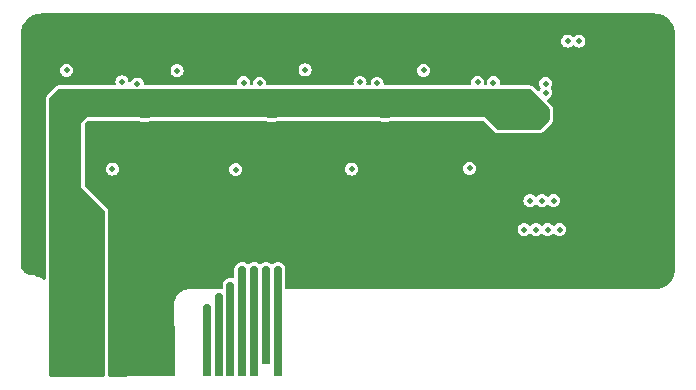
<source format=gbr>
G04 #@! TF.GenerationSoftware,KiCad,Pcbnew,(6.0.0)*
G04 #@! TF.CreationDate,2022-03-25T21:10:53+08:00*
G04 #@! TF.ProjectId,PowerSupply,506f7765-7253-4757-9070-6c792e6b6963,rev?*
G04 #@! TF.SameCoordinates,PX5e56640PY77750e0*
G04 #@! TF.FileFunction,Copper,L1,Top*
G04 #@! TF.FilePolarity,Positive*
%FSLAX46Y46*%
G04 Gerber Fmt 4.6, Leading zero omitted, Abs format (unit mm)*
G04 Created by KiCad (PCBNEW (6.0.0)) date 2022-03-25 21:10:53*
%MOMM*%
%LPD*%
G01*
G04 APERTURE LIST*
G04 Aperture macros list*
%AMRoundRect*
0 Rectangle with rounded corners*
0 $1 Rounding radius*
0 $2 $3 $4 $5 $6 $7 $8 $9 X,Y pos of 4 corners*
0 Add a 4 corners polygon primitive as box body*
4,1,4,$2,$3,$4,$5,$6,$7,$8,$9,$2,$3,0*
0 Add four circle primitives for the rounded corners*
1,1,$1+$1,$2,$3*
1,1,$1+$1,$4,$5*
1,1,$1+$1,$6,$7*
1,1,$1+$1,$8,$9*
0 Add four rect primitives between the rounded corners*
20,1,$1+$1,$2,$3,$4,$5,0*
20,1,$1+$1,$4,$5,$6,$7,0*
20,1,$1+$1,$6,$7,$8,$9,0*
20,1,$1+$1,$8,$9,$2,$3,0*%
G04 Aperture macros list end*
G04 #@! TA.AperFunction,SMDPad,CuDef*
%ADD10RoundRect,0.225000X-0.250000X0.225000X-0.250000X-0.225000X0.250000X-0.225000X0.250000X0.225000X0*%
G04 #@! TD*
G04 #@! TA.AperFunction,ConnectorPad*
%ADD11R,0.700000X4.300000*%
G04 #@! TD*
G04 #@! TA.AperFunction,ConnectorPad*
%ADD12R,0.700000X3.200000*%
G04 #@! TD*
G04 #@! TA.AperFunction,ViaPad*
%ADD13C,0.500000*%
G04 #@! TD*
G04 #@! TA.AperFunction,Conductor*
%ADD14C,0.700000*%
G04 #@! TD*
G04 APERTURE END LIST*
D10*
G04 #@! TO.P,C9,1*
G04 #@! TO.N,5V*
X51230000Y24325000D03*
G04 #@! TO.P,C9,2*
G04 #@! TO.N,GND*
X51230000Y22775000D03*
G04 #@! TD*
G04 #@! TO.P,C11,1*
G04 #@! TO.N,5V*
X41140000Y25245000D03*
G04 #@! TO.P,C11,2*
G04 #@! TO.N,GND*
X41140000Y23695000D03*
G04 #@! TD*
G04 #@! TO.P,C25,1*
G04 #@! TO.N,5V*
X31550000Y25245000D03*
G04 #@! TO.P,C25,2*
G04 #@! TO.N,GND*
X31550000Y23695000D03*
G04 #@! TD*
G04 #@! TO.P,C27,1*
G04 #@! TO.N,5V*
X20780000Y25245000D03*
G04 #@! TO.P,C27,2*
G04 #@! TO.N,GND*
X20780000Y23695000D03*
G04 #@! TD*
D11*
G04 #@! TO.P,PCI1,B1*
G04 #@! TO.N,5V*
X13050000Y5050000D03*
G04 #@! TO.P,PCI1,B2*
X14050000Y5050000D03*
G04 #@! TO.P,PCI1,B3*
X15050000Y5050000D03*
G04 #@! TO.P,PCI1,B4*
X16050000Y5050000D03*
G04 #@! TO.P,PCI1,B5*
X17050000Y5050000D03*
G04 #@! TO.P,PCI1,B6*
G04 #@! TO.N,GND*
X18050000Y5050000D03*
G04 #@! TO.P,PCI1,B7*
X19050000Y5050000D03*
G04 #@! TO.P,PCI1,B8*
X20050000Y5050000D03*
G04 #@! TO.P,PCI1,B9*
X21050000Y5050000D03*
G04 #@! TO.P,PCI1,B10*
X22050000Y5050000D03*
G04 #@! TO.P,PCI1,B11*
X23050000Y5050000D03*
G04 #@! TO.P,PCI1,B12*
G04 #@! TO.N,REG_EN2*
X26050000Y5050000D03*
G04 #@! TO.P,PCI1,B13*
G04 #@! TO.N,REG_EN1*
X27050000Y5050000D03*
G04 #@! TO.P,PCI1,B14*
G04 #@! TO.N,REG_CHG*
X28050000Y5050000D03*
G04 #@! TO.P,PCI1,B15*
G04 #@! TO.N,REG_POWER*
X29050000Y5050000D03*
G04 #@! TO.P,PCI1,B16*
G04 #@! TO.N,BAT_ISET*
X30050000Y5050000D03*
D12*
G04 #@! TO.P,PCI1,B17*
G04 #@! TO.N,BAT_PG*
X31050000Y5600000D03*
D11*
G04 #@! TO.P,PCI1,B18*
G04 #@! TO.N,BAT_CHG*
X32050000Y5050000D03*
G04 #@! TD*
D13*
G04 #@! TO.N,GND*
X48330000Y24310001D03*
X49430000Y24310000D03*
X48879999Y24310001D03*
X38849999Y24320000D03*
X39400000Y24320000D03*
X29680000Y24300000D03*
X29130000Y24300000D03*
X28580001Y24300000D03*
X11690000Y29590000D03*
X10690000Y29590000D03*
X65390000Y29490000D03*
X64390000Y29490000D03*
X18070000Y24320000D03*
X18619999Y24320000D03*
X19170000Y24320000D03*
X57429999Y14305001D03*
X57970000Y15005000D03*
X56870000Y15005001D03*
X56880000Y14305001D03*
X57980000Y14305000D03*
X57419999Y15005001D03*
X57970000Y13605000D03*
X57419999Y13605001D03*
X56880000Y12905001D03*
X57980000Y12905000D03*
X56870000Y13605001D03*
X57429999Y12905001D03*
X58680000Y12905001D03*
X59219999Y13605001D03*
X59770000Y13605000D03*
X59780000Y12905000D03*
X58670000Y13605001D03*
X59229999Y12905001D03*
X59219999Y15005001D03*
X59780000Y14305000D03*
X59229999Y14305001D03*
X58670000Y15005001D03*
X59770000Y15005000D03*
X58680000Y14305001D03*
X57075000Y26693334D03*
X57750000Y26693334D03*
X56400000Y26703334D03*
X57065000Y25916668D03*
X56390001Y25926668D03*
X57740000Y25916668D03*
X56390000Y25150000D03*
X57065000Y25140000D03*
X57740000Y25140000D03*
X13160000Y33320000D03*
X14160000Y33320000D03*
X15160000Y33320000D03*
X16160000Y33320000D03*
X17160000Y33320000D03*
X18160000Y33320000D03*
X19160000Y33320000D03*
X20160000Y33320000D03*
X21160000Y33320000D03*
X22160000Y33320000D03*
X23160000Y33320000D03*
X24160000Y33320000D03*
X25160000Y33320000D03*
X26160000Y33320000D03*
X27160000Y33320000D03*
X28160000Y33320000D03*
X29160000Y33320000D03*
X30160000Y33320000D03*
X31160000Y33320000D03*
X32160000Y33320000D03*
X33160000Y33320000D03*
X34160000Y33320000D03*
X35160000Y33320000D03*
X36160000Y33320000D03*
X37160000Y33320000D03*
X38160000Y33320000D03*
X39160000Y33320000D03*
X40160000Y33320000D03*
X41160000Y33320000D03*
X42160000Y33320000D03*
X43160000Y33320000D03*
X44160000Y33320000D03*
X45160000Y33320000D03*
X46160000Y33320000D03*
X47160000Y33320000D03*
X48160000Y33320000D03*
X49160000Y33320000D03*
X50160000Y33320000D03*
X51160000Y33320000D03*
X52160000Y33320000D03*
X53160000Y33320000D03*
X54160000Y33320000D03*
X55160000Y33320000D03*
X56160000Y33320000D03*
X57160000Y33320000D03*
X58160000Y33320000D03*
X59160000Y33320000D03*
X60160000Y33320000D03*
X61160000Y33320000D03*
X12290000Y32130000D03*
X13160000Y32320000D03*
X14160000Y32320000D03*
X15160000Y32320000D03*
X16160000Y32320000D03*
X17160000Y32320000D03*
X18160000Y32320000D03*
X19160000Y32320000D03*
X20160000Y32320000D03*
X21160000Y32320000D03*
X22160000Y32320000D03*
X23160000Y32320000D03*
X24160000Y32320000D03*
X25160000Y32320000D03*
X26160000Y32320000D03*
X27160000Y32320000D03*
X28160000Y32320000D03*
X29160000Y32320000D03*
X30160000Y32320000D03*
X31160000Y32320000D03*
X32160000Y32320000D03*
X33160000Y32320000D03*
X34160000Y32320000D03*
X35160000Y32320000D03*
X36160000Y32320000D03*
X37160000Y32320000D03*
X38160000Y32320000D03*
X39160000Y32320000D03*
X40160000Y32320000D03*
X41160000Y32320000D03*
X42160000Y32320000D03*
X43160000Y32320000D03*
X44160000Y32320000D03*
X45160000Y32320000D03*
X46160000Y32320000D03*
X47160000Y32320000D03*
X48160000Y32320000D03*
X49160000Y32320000D03*
X50160000Y32320000D03*
X51160000Y32320000D03*
X52160000Y32320000D03*
X53160000Y32320000D03*
X54160000Y32320000D03*
X55160000Y32320000D03*
X56160000Y32320000D03*
X57160000Y32320000D03*
X58160000Y32320000D03*
X59160000Y32320000D03*
X60160000Y32320000D03*
X61160000Y32320000D03*
X62160000Y32320000D03*
X62160000Y33320000D03*
X63160000Y32320000D03*
X63160000Y33320000D03*
X63860000Y32050000D03*
X64160000Y33320000D03*
X11300000Y33020000D03*
X10670000Y31600000D03*
X11780000Y31470000D03*
X10690000Y30590000D03*
X11690000Y30590000D03*
X10690000Y28590000D03*
X11690000Y28590000D03*
X10690000Y27590000D03*
X11690000Y27590000D03*
X10690000Y26590000D03*
X11690000Y26590000D03*
X10690000Y25590000D03*
X11690000Y25590000D03*
X10690000Y24590000D03*
X11690000Y24590000D03*
X10690000Y23590000D03*
X11690000Y23590000D03*
X10690000Y22590000D03*
X11690000Y22590000D03*
X10690000Y21590000D03*
X11690000Y21590000D03*
X10690000Y20590000D03*
X11690000Y20590000D03*
X10690000Y19590000D03*
X11690000Y19590000D03*
X10690000Y18590000D03*
X11690000Y18590000D03*
X10690000Y17590000D03*
X11690000Y17590000D03*
X10690000Y16590000D03*
X11690000Y16590000D03*
X10690000Y15590000D03*
X11690000Y15590000D03*
X10690000Y14590000D03*
X11690000Y14590000D03*
X10690000Y13590000D03*
X11690000Y13590000D03*
X10690000Y12590000D03*
X11690000Y12590000D03*
X11690000Y11590000D03*
X41690000Y11590000D03*
X42690000Y11590000D03*
X43690000Y11590000D03*
X44690000Y11590000D03*
X45690000Y11590000D03*
X46690000Y11590000D03*
X47690000Y11590000D03*
X48690000Y11590000D03*
X49690000Y11590000D03*
X50690000Y11590000D03*
X51690000Y11590000D03*
X52690000Y11590000D03*
X53690000Y11590000D03*
X54690000Y11590000D03*
X55690000Y11590000D03*
X56690000Y11590000D03*
X57690000Y11590000D03*
X58690000Y11590000D03*
X59690000Y11590000D03*
X60690000Y11590000D03*
X61690000Y11590000D03*
X62690000Y11590000D03*
X63600000Y11860000D03*
X33690000Y10590000D03*
X34690000Y10590000D03*
X35690000Y10590000D03*
X36690000Y10590000D03*
X37690000Y10590000D03*
X38690000Y10590000D03*
X39690000Y10590000D03*
X40690000Y10590000D03*
X41690000Y10590000D03*
X42690000Y10590000D03*
X43690000Y10590000D03*
X44690000Y10590000D03*
X45690000Y10590000D03*
X46690000Y10590000D03*
X47690000Y10590000D03*
X48690000Y10590000D03*
X49690000Y10590000D03*
X50690000Y10590000D03*
X51690000Y10590000D03*
X52690000Y10590000D03*
X53690000Y10590000D03*
X54690000Y10590000D03*
X55690000Y10590000D03*
X56690000Y10590000D03*
X57690000Y10590000D03*
X58690000Y10590000D03*
X59690000Y10590000D03*
X60690000Y10590000D03*
X61690000Y10590000D03*
X62690000Y10590000D03*
X63690000Y10590000D03*
X64870000Y32980000D03*
X64290000Y31450000D03*
X65380000Y31520000D03*
X64390000Y30490000D03*
X65380000Y30500000D03*
X64390000Y28490000D03*
X65390000Y28490000D03*
X64390000Y27490000D03*
X65390000Y27490000D03*
X64390000Y26490000D03*
X65390000Y26490000D03*
X64390000Y25490000D03*
X65390000Y25490000D03*
X64390000Y24490000D03*
X65390000Y24490000D03*
X64390000Y23490000D03*
X65390000Y23490000D03*
X64390000Y22490000D03*
X65390000Y22490000D03*
X64390000Y21490000D03*
X65390000Y21490000D03*
X64390000Y20490000D03*
X65390000Y20490000D03*
X64390000Y19490000D03*
X65390000Y19490000D03*
X64390000Y18490000D03*
X65390000Y18490000D03*
X64390000Y17490000D03*
X65390000Y17490000D03*
X64390000Y16490000D03*
X65390000Y16490000D03*
X64390000Y15490000D03*
X65390000Y15490000D03*
X64390000Y14490000D03*
X65390000Y14490000D03*
X64390000Y13490000D03*
X65390000Y13490000D03*
X64210000Y12480000D03*
X65390000Y12550000D03*
X65320000Y11760000D03*
X64440000Y10700000D03*
X21660000Y32820000D03*
X36660000Y32820000D03*
X52660000Y32820000D03*
X53660000Y32820000D03*
X54660000Y32820000D03*
X59660000Y32820000D03*
X43660000Y32820000D03*
X44660000Y32820000D03*
X48660000Y32820000D03*
X19660000Y32820000D03*
X51660000Y32820000D03*
X28660000Y32820000D03*
X56660000Y32820000D03*
X22660000Y32820000D03*
X37660000Y32820000D03*
X27660000Y32820000D03*
X55660000Y32820000D03*
X39660000Y32820000D03*
X46660000Y32820000D03*
X50660000Y32820000D03*
X31660000Y32820000D03*
X20660000Y32820000D03*
X23660000Y32820000D03*
X34660000Y32820000D03*
X32660000Y32820000D03*
X29660000Y32820000D03*
X57660000Y32820000D03*
X61660000Y32820000D03*
X45660000Y32820000D03*
X49660000Y32820000D03*
X41660000Y32820000D03*
X18660000Y32820000D03*
X60660000Y32820000D03*
X30660000Y32820000D03*
X42660000Y32820000D03*
X24660000Y32820000D03*
X58660000Y32820000D03*
X40660000Y32820000D03*
X33660000Y32820000D03*
X25660000Y32820000D03*
X35660000Y32820000D03*
X26660000Y32820000D03*
X38660000Y32820000D03*
X47660000Y32820000D03*
X62660000Y32820000D03*
X63660000Y32820000D03*
X64370000Y32530000D03*
X12590000Y32770000D03*
X13660000Y32820000D03*
X14660000Y32820000D03*
X15660000Y32820000D03*
X16660000Y32820000D03*
X17660000Y32820000D03*
X64770000Y31920000D03*
X64890000Y31060000D03*
X64900000Y29990000D03*
X64890000Y17980000D03*
X64890000Y13980000D03*
X64100000Y11360000D03*
X64890000Y27980000D03*
X64890000Y21980000D03*
X64890000Y25980000D03*
X64890000Y20980000D03*
X64890000Y15980000D03*
X64820000Y12910000D03*
X64890000Y14980000D03*
X64890000Y24980000D03*
X64890000Y23980000D03*
X64890000Y19980000D03*
X64890000Y16980000D03*
X64890000Y22980000D03*
X64890000Y18980000D03*
X64890000Y26980000D03*
X64890000Y28980000D03*
X10850000Y32400000D03*
X11190000Y27110000D03*
X11190000Y20110000D03*
X11190000Y29110000D03*
X11190000Y19110000D03*
X11190000Y31110000D03*
X11190000Y28110000D03*
X11190000Y26110000D03*
X11190000Y24110000D03*
X11190000Y23110000D03*
X11190000Y22110000D03*
X11190000Y21110000D03*
X11190000Y25110000D03*
X11190000Y15110000D03*
X11190000Y13110000D03*
X11190000Y14110000D03*
X11190000Y17110000D03*
X11190000Y18110000D03*
X11190000Y16110000D03*
X11190000Y30110000D03*
X11190000Y12090000D03*
X47210000Y11080000D03*
X54210000Y11080000D03*
X41210000Y11080000D03*
X43210000Y11080000D03*
X62210000Y11080000D03*
X55210000Y11080000D03*
X48210000Y11080000D03*
X61210000Y11080000D03*
X49210000Y11080000D03*
X51210000Y11080000D03*
X58210000Y11080000D03*
X57210000Y11080000D03*
X56210000Y11080000D03*
X50210000Y11080000D03*
X42210000Y11080000D03*
X44210000Y11080000D03*
X45210000Y11080000D03*
X46210000Y11080000D03*
X60210000Y11080000D03*
X53210000Y11080000D03*
X59210000Y11080000D03*
X63210000Y11080000D03*
X52210000Y11080000D03*
X11800000Y32570000D03*
X11360000Y31990000D03*
X65310000Y32360000D03*
X64650000Y11940000D03*
X64980000Y11120000D03*
X57019999Y18505001D03*
X57570000Y18505000D03*
X56470000Y18505001D03*
X57029999Y17805001D03*
X56480000Y17805001D03*
X57580000Y17805000D03*
X23920000Y22730000D03*
X23920000Y22130000D03*
X23920000Y21530000D03*
X24520000Y22730000D03*
X25130000Y22730000D03*
X35410000Y22640000D03*
X34200000Y22640000D03*
X34200000Y21440000D03*
X34800000Y22640000D03*
X34200000Y22040000D03*
X44190000Y22070000D03*
X45400000Y22670000D03*
X44190000Y21470000D03*
X44190000Y22670000D03*
X44790000Y22670000D03*
X57019999Y19895001D03*
X56480000Y19195001D03*
X56470000Y19895001D03*
X57570000Y19895000D03*
X57580000Y19195000D03*
X57029999Y19195001D03*
X55279999Y19895001D03*
X54740000Y19195001D03*
X55840000Y19195000D03*
X55830000Y19895000D03*
X54730000Y19895001D03*
X55289999Y19195001D03*
X53590000Y19195001D03*
X54139999Y19195001D03*
X53580000Y19895001D03*
X54129999Y19895001D03*
X56390001Y27480000D03*
X57740000Y27470000D03*
X38300000Y24320000D03*
X12160000Y33320000D03*
X57060000Y29060000D03*
X57065000Y27470000D03*
G04 #@! TO.N,5V*
X50860000Y26380000D03*
X51500000Y26380000D03*
X31040000Y26370000D03*
X31690000Y26370000D03*
X40880000Y26380000D03*
X41570000Y26380000D03*
X54200000Y25220000D03*
X54770000Y25460000D03*
X53910000Y24690000D03*
X53600000Y24150000D03*
X54200000Y24150000D03*
X20580000Y26340000D03*
X21260000Y26340000D03*
X20970000Y26860000D03*
X21640000Y26860000D03*
X31410000Y26860000D03*
X32060000Y26860000D03*
X24050000Y25630000D03*
X41280000Y26910000D03*
X41970000Y26910000D03*
X33930000Y25640000D03*
X51260000Y26900000D03*
X51900000Y26900000D03*
X43950000Y25640000D03*
X13720000Y25640000D03*
X53580000Y25220000D03*
G04 #@! TO.N,3.3V*
X48980000Y27800000D03*
X48310000Y20530000D03*
G04 #@! TO.N,2.5V*
X39030000Y27800000D03*
X38310000Y20470000D03*
G04 #@! TO.N,1.5V*
X29180000Y27790000D03*
X28510000Y20410000D03*
G04 #@! TO.N,1.2V*
X18870000Y27840000D03*
X18060000Y20470000D03*
G04 #@! TO.N,Net-(1V2-Pad1)*
X14180002Y28840000D03*
X20160000Y27660000D03*
G04 #@! TO.N,Net-(1V5-Pad1)*
X23540000Y28810000D03*
X30530000Y27720000D03*
G04 #@! TO.N,Net-(2V5-Pad1)*
X40470000Y27730000D03*
X34380000Y28870000D03*
G04 #@! TO.N,Net-(3V3-Pad1)*
X50320000Y27780000D03*
X44410000Y28830000D03*
G04 #@! TO.N,Net-(C3-Pad1)*
X56600000Y31300000D03*
X54750000Y27700000D03*
G04 #@! TO.N,Net-(R34-Pad2)*
X57560000Y31300000D03*
X54740000Y26940000D03*
G04 #@! TO.N,REG_EN2*
X52925000Y15350000D03*
X26050000Y8690000D03*
G04 #@! TO.N,REG_EN1*
X53420000Y17785000D03*
X27050000Y9630000D03*
G04 #@! TO.N,REG_CHG*
X53920000Y15345000D03*
X28043332Y10610000D03*
G04 #@! TO.N,REG_POWER*
X54420000Y17785000D03*
X29044998Y11945000D03*
G04 #@! TO.N,BAT_ISET*
X54920000Y15345000D03*
X30046664Y11945000D03*
G04 #@! TO.N,BAT_PG*
X55420000Y17785000D03*
X31048330Y11945000D03*
G04 #@! TO.N,BAT_CHG*
X32060000Y11945000D03*
X55920000Y15345000D03*
G04 #@! TD*
D14*
G04 #@! TO.N,REG_EN2*
X26050000Y5050000D02*
X26050000Y8690000D01*
G04 #@! TO.N,REG_EN1*
X27050000Y7561666D02*
X27050000Y9630000D01*
X27050000Y5050000D02*
X27050000Y7561666D01*
G04 #@! TO.N,REG_CHG*
X28050000Y10603332D02*
X28043332Y10610000D01*
X28050000Y5050000D02*
X28050000Y10603332D01*
G04 #@! TO.N,REG_POWER*
X29050000Y5050000D02*
X29050000Y7564998D01*
X29050000Y11939998D02*
X29044998Y11945000D01*
X29050000Y7564998D02*
X29050000Y11939998D01*
G04 #@! TO.N,BAT_ISET*
X30050000Y7566664D02*
X30050000Y11941664D01*
X30050000Y11941664D02*
X30046664Y11945000D01*
X30050000Y5050000D02*
X30050000Y7566664D01*
G04 #@! TO.N,BAT_PG*
X31050000Y7568330D02*
X31050000Y11943330D01*
X31050000Y5600000D02*
X31050000Y7568330D01*
X31050000Y11943330D02*
X31048330Y11945000D01*
G04 #@! TO.N,BAT_CHG*
X32050000Y5050000D02*
X32050000Y11935000D01*
X32050000Y11935000D02*
X32060000Y11945000D01*
G04 #@! TD*
G04 #@! TA.AperFunction,Conductor*
G04 #@! TO.N,GND*
G36*
X63984608Y33638710D02*
G01*
X63989145Y33637910D01*
X64000000Y33635996D01*
X64010857Y33637910D01*
X64021876Y33637910D01*
X64021876Y33637541D01*
X64034201Y33638177D01*
X64233032Y33623957D01*
X64250827Y33621399D01*
X64470320Y33573652D01*
X64487559Y33568590D01*
X64608744Y33523390D01*
X64698024Y33490090D01*
X64714376Y33482622D01*
X64911519Y33374974D01*
X64926643Y33365254D01*
X65106461Y33230644D01*
X65120047Y33218871D01*
X65278871Y33060047D01*
X65290644Y33046461D01*
X65425254Y32866643D01*
X65434974Y32851519D01*
X65542622Y32654376D01*
X65550090Y32638024D01*
X65604711Y32491582D01*
X65628588Y32427565D01*
X65633653Y32410315D01*
X65681399Y32190827D01*
X65683957Y32173032D01*
X65698177Y31974201D01*
X65697542Y31961879D01*
X65697910Y31961879D01*
X65697910Y31950859D01*
X65695996Y31940000D01*
X65698710Y31924612D01*
X65700624Y31902735D01*
X65700387Y24360963D01*
X65700001Y12037276D01*
X65698087Y12015402D01*
X65697286Y12010859D01*
X65697286Y12010854D01*
X65695372Y12000000D01*
X65697286Y11989143D01*
X65697286Y11978124D01*
X65696917Y11978124D01*
X65697553Y11965799D01*
X65683333Y11766968D01*
X65680775Y11749173D01*
X65640847Y11565623D01*
X65633029Y11529685D01*
X65627966Y11512441D01*
X65602629Y11444511D01*
X65549466Y11301976D01*
X65541998Y11285624D01*
X65434350Y11088481D01*
X65424630Y11073357D01*
X65290020Y10893539D01*
X65278247Y10879953D01*
X65119423Y10721129D01*
X65105837Y10709356D01*
X64926019Y10574746D01*
X64910895Y10565026D01*
X64713752Y10457378D01*
X64697400Y10449910D01*
X64633290Y10425998D01*
X64486935Y10371410D01*
X64469696Y10366348D01*
X64349199Y10340136D01*
X64250203Y10318601D01*
X64232408Y10316043D01*
X64033577Y10301823D01*
X64021252Y10302459D01*
X64021252Y10302090D01*
X64010233Y10302090D01*
X63999376Y10304004D01*
X63983985Y10301290D01*
X63962112Y10299377D01*
X32826496Y10299998D01*
X32758377Y10320001D01*
X32711885Y10373658D01*
X32700500Y10425998D01*
X32700500Y11820754D01*
X32702051Y11840465D01*
X32714106Y11916576D01*
X32715346Y11924405D01*
X32709965Y11981327D01*
X32700625Y12080141D01*
X32700624Y12080144D01*
X32699879Y12088029D01*
X32654618Y12213749D01*
X32646892Y12235208D01*
X32646891Y12235210D01*
X32644206Y12242668D01*
X32559640Y12367103D01*
X32556282Y12372044D01*
X32556281Y12372045D01*
X32551825Y12378602D01*
X32536439Y12392167D01*
X32434487Y12482049D01*
X32428541Y12487291D01*
X32331787Y12536590D01*
X32289164Y12558308D01*
X32289162Y12558309D01*
X32282100Y12561907D01*
X32121703Y12597760D01*
X31957431Y12592597D01*
X31933433Y12585625D01*
X31807217Y12548957D01*
X31807214Y12548956D01*
X31799601Y12546744D01*
X31762410Y12524749D01*
X31664962Y12467119D01*
X31664959Y12467117D01*
X31658135Y12463081D01*
X31647302Y12452248D01*
X31638687Y12444408D01*
X31632060Y12440202D01*
X31630513Y12438555D01*
X31567596Y12411539D01*
X31497571Y12423243D01*
X31475290Y12437072D01*
X31451064Y12455864D01*
X31447985Y12458331D01*
X31407432Y12491879D01*
X31407431Y12491880D01*
X31401326Y12496930D01*
X31395007Y12499904D01*
X31389013Y12504117D01*
X31388353Y12504508D01*
X31382094Y12509362D01*
X31374825Y12512507D01*
X31374821Y12512510D01*
X31294508Y12547264D01*
X31290900Y12548893D01*
X31259785Y12563534D01*
X31259786Y12563534D01*
X31252613Y12566909D01*
X31247395Y12567904D01*
X31242786Y12569646D01*
X31238536Y12571485D01*
X31238533Y12571486D01*
X31231256Y12574635D01*
X31170982Y12584182D01*
X31120384Y12592196D01*
X31116484Y12592877D01*
X31098955Y12596221D01*
X31098953Y12596221D01*
X31091170Y12597706D01*
X31087379Y12597467D01*
X31086494Y12597565D01*
X31076758Y12599107D01*
X31076752Y12599107D01*
X31068925Y12600347D01*
X31061034Y12599601D01*
X30943110Y12588453D01*
X30939161Y12588143D01*
X30927142Y12587387D01*
X30927026Y12589223D01*
X30924967Y12589424D01*
X30925219Y12586762D01*
X30913190Y12585625D01*
X30913189Y12585625D01*
X30905301Y12584879D01*
X30776427Y12538482D01*
X30772677Y12537199D01*
X30770801Y12536590D01*
X30770106Y12538731D01*
X30769506Y12538638D01*
X30770350Y12536294D01*
X30758124Y12531893D01*
X30758120Y12531891D01*
X30750662Y12529206D01*
X30702212Y12496279D01*
X30615403Y12437284D01*
X30547818Y12415538D01*
X30479206Y12433782D01*
X30467357Y12441934D01*
X30443824Y12460187D01*
X30440731Y12462665D01*
X30407433Y12490212D01*
X30407432Y12490213D01*
X30401326Y12495264D01*
X30395785Y12497871D01*
X30390011Y12501928D01*
X30380428Y12509362D01*
X30269509Y12557361D01*
X30265932Y12558976D01*
X30252613Y12565243D01*
X30252612Y12565243D01*
X30253351Y12566814D01*
X30251336Y12568192D01*
X30250254Y12565693D01*
X30236865Y12571487D01*
X30236864Y12571487D01*
X30229590Y12574635D01*
X30221767Y12575874D01*
X30221764Y12575875D01*
X30085517Y12597455D01*
X30067259Y12600347D01*
X30059368Y12599601D01*
X29911523Y12585625D01*
X29911521Y12585624D01*
X29903635Y12584879D01*
X29896181Y12582195D01*
X29896179Y12582195D01*
X29756456Y12531892D01*
X29756454Y12531891D01*
X29748996Y12529206D01*
X29700546Y12496279D01*
X29613737Y12437284D01*
X29546152Y12415538D01*
X29477540Y12433782D01*
X29465690Y12441935D01*
X29436598Y12464500D01*
X29433506Y12466977D01*
X29407439Y12488542D01*
X29407433Y12488546D01*
X29401326Y12493598D01*
X29396562Y12495840D01*
X29392655Y12498585D01*
X29378762Y12509362D01*
X29371490Y12512509D01*
X29371488Y12512510D01*
X29235199Y12571487D01*
X29235198Y12571487D01*
X29227924Y12574635D01*
X29220101Y12575874D01*
X29220098Y12575875D01*
X29083851Y12597455D01*
X29065593Y12600347D01*
X29057702Y12599601D01*
X28909857Y12585625D01*
X28909855Y12585624D01*
X28901969Y12584879D01*
X28894515Y12582195D01*
X28894513Y12582195D01*
X28754790Y12531892D01*
X28754788Y12531891D01*
X28747330Y12529206D01*
X28611396Y12436825D01*
X28606158Y12430884D01*
X28606156Y12430882D01*
X28507944Y12319483D01*
X28507942Y12319480D01*
X28502706Y12313541D01*
X28428090Y12167100D01*
X28392238Y12006704D01*
X28397401Y11842431D01*
X28398464Y11838772D01*
X28399500Y11825613D01*
X28399500Y11356085D01*
X28379498Y11287964D01*
X28325842Y11241471D01*
X28255568Y11231367D01*
X28238344Y11235089D01*
X28233532Y11236487D01*
X28226258Y11239635D01*
X28218435Y11240874D01*
X28218432Y11240875D01*
X28100845Y11259499D01*
X28063927Y11265347D01*
X28050810Y11264107D01*
X27908191Y11250625D01*
X27908189Y11250624D01*
X27900303Y11249879D01*
X27892849Y11247195D01*
X27892847Y11247195D01*
X27753124Y11196892D01*
X27753122Y11196891D01*
X27745664Y11194206D01*
X27609730Y11101825D01*
X27604492Y11095884D01*
X27604490Y11095882D01*
X27506278Y10984483D01*
X27506276Y10984480D01*
X27501040Y10978541D01*
X27426424Y10832100D01*
X27390572Y10671704D01*
X27395735Y10507431D01*
X27397947Y10499817D01*
X27397949Y10499805D01*
X27399500Y10480094D01*
X27399500Y10408257D01*
X27379498Y10340136D01*
X27325842Y10293643D01*
X27273370Y10282257D01*
X27110195Y10282425D01*
X27102418Y10282673D01*
X27098956Y10282891D01*
X27091170Y10284376D01*
X27064968Y10282728D01*
X27056955Y10282479D01*
X24754662Y10284851D01*
X24734062Y10286569D01*
X24653578Y10300000D01*
X24446422Y10300000D01*
X24441288Y10299143D01*
X24441285Y10299143D01*
X24247230Y10266761D01*
X24247225Y10266760D01*
X24242091Y10265903D01*
X24046160Y10198640D01*
X24041578Y10196160D01*
X24041575Y10196159D01*
X23868554Y10102525D01*
X23868551Y10102523D01*
X23863972Y10100045D01*
X23700497Y9972807D01*
X23560194Y9820397D01*
X23446890Y9646973D01*
X23444798Y9642205D01*
X23444797Y9642202D01*
X23407946Y9558190D01*
X23363677Y9457265D01*
X23362395Y9452204D01*
X23362395Y9452203D01*
X23320341Y9286137D01*
X23312823Y9256448D01*
X23300780Y9111106D01*
X23300608Y9109213D01*
X23300288Y9105942D01*
X23300287Y9105940D01*
X23299999Y9103003D01*
X23299291Y9103072D01*
X23298847Y9101796D01*
X23300000Y9101700D01*
X23296021Y9053681D01*
X23295372Y9050000D01*
X23297286Y9039145D01*
X23298086Y9034608D01*
X23300000Y9012729D01*
X23300000Y3070244D01*
X23279998Y3002123D01*
X23226342Y2955630D01*
X23175020Y2944248D01*
X20722533Y2924428D01*
X17827518Y2901031D01*
X17759238Y2920482D01*
X17712313Y2973760D01*
X17700500Y3027027D01*
X17700500Y7244646D01*
X17700167Y7247444D01*
X17700000Y7253078D01*
X17700000Y15350000D01*
X52369750Y15350000D01*
X52388670Y15206291D01*
X52444139Y15072375D01*
X52532379Y14957379D01*
X52647375Y14869139D01*
X52781291Y14813670D01*
X52925000Y14794750D01*
X53068709Y14813670D01*
X53202625Y14869139D01*
X53317621Y14957379D01*
X53322647Y14963929D01*
X53328488Y14969770D01*
X53330069Y14968189D01*
X53377963Y15003156D01*
X53448834Y15007375D01*
X53510735Y14972608D01*
X53520545Y14961285D01*
X53527379Y14952379D01*
X53642375Y14864139D01*
X53776291Y14808670D01*
X53920000Y14789750D01*
X54063709Y14808670D01*
X54197625Y14864139D01*
X54312621Y14952379D01*
X54320038Y14962045D01*
X54322725Y14964007D01*
X54323488Y14964770D01*
X54323607Y14964651D01*
X54377376Y15003912D01*
X54448247Y15008134D01*
X54510149Y14973370D01*
X54519962Y14962045D01*
X54527379Y14952379D01*
X54642375Y14864139D01*
X54776291Y14808670D01*
X54920000Y14789750D01*
X55063709Y14808670D01*
X55197625Y14864139D01*
X55312621Y14952379D01*
X55320038Y14962045D01*
X55322725Y14964007D01*
X55323488Y14964770D01*
X55323607Y14964651D01*
X55377376Y15003912D01*
X55448247Y15008134D01*
X55510149Y14973370D01*
X55519962Y14962045D01*
X55527379Y14952379D01*
X55642375Y14864139D01*
X55776291Y14808670D01*
X55920000Y14789750D01*
X56063709Y14808670D01*
X56197625Y14864139D01*
X56312621Y14952379D01*
X56400861Y15067375D01*
X56456330Y15201291D01*
X56475250Y15345000D01*
X56456330Y15488709D01*
X56400861Y15622625D01*
X56312621Y15737621D01*
X56197625Y15825861D01*
X56063709Y15881330D01*
X55920000Y15900250D01*
X55776291Y15881330D01*
X55642375Y15825861D01*
X55527379Y15737621D01*
X55522353Y15731071D01*
X55519962Y15727955D01*
X55517275Y15725993D01*
X55516512Y15725230D01*
X55516393Y15725349D01*
X55462624Y15686088D01*
X55391753Y15681866D01*
X55329851Y15716630D01*
X55320038Y15727955D01*
X55317647Y15731071D01*
X55312621Y15737621D01*
X55197625Y15825861D01*
X55063709Y15881330D01*
X54920000Y15900250D01*
X54776291Y15881330D01*
X54642375Y15825861D01*
X54527379Y15737621D01*
X54522353Y15731071D01*
X54519962Y15727955D01*
X54517275Y15725993D01*
X54516512Y15725230D01*
X54516393Y15725349D01*
X54462624Y15686088D01*
X54391753Y15681866D01*
X54329851Y15716630D01*
X54320038Y15727955D01*
X54317647Y15731071D01*
X54312621Y15737621D01*
X54197625Y15825861D01*
X54063709Y15881330D01*
X53920000Y15900250D01*
X53776291Y15881330D01*
X53642375Y15825861D01*
X53527379Y15737621D01*
X53522353Y15731071D01*
X53516512Y15725230D01*
X53514931Y15726811D01*
X53467037Y15691844D01*
X53396166Y15687625D01*
X53334265Y15722392D01*
X53324454Y15733716D01*
X53322647Y15736071D01*
X53317621Y15742621D01*
X53202625Y15830861D01*
X53068709Y15886330D01*
X52925000Y15905250D01*
X52781291Y15886330D01*
X52647375Y15830861D01*
X52532379Y15742621D01*
X52444139Y15627625D01*
X52388670Y15493709D01*
X52369750Y15350000D01*
X17700000Y15350000D01*
X17700000Y16887437D01*
X17698199Y16920258D01*
X17695183Y16947660D01*
X17659563Y17059933D01*
X17656553Y17065380D01*
X17656551Y17065385D01*
X17627404Y17118131D01*
X17625226Y17122073D01*
X17573710Y17190174D01*
X17109765Y17649480D01*
X16972876Y17785000D01*
X52864750Y17785000D01*
X52883670Y17641291D01*
X52939139Y17507375D01*
X53027379Y17392379D01*
X53142375Y17304139D01*
X53276291Y17248670D01*
X53420000Y17229750D01*
X53563709Y17248670D01*
X53697625Y17304139D01*
X53812621Y17392379D01*
X53820038Y17402045D01*
X53822725Y17404007D01*
X53823488Y17404770D01*
X53823607Y17404651D01*
X53877376Y17443912D01*
X53948247Y17448134D01*
X54010149Y17413370D01*
X54019962Y17402045D01*
X54027379Y17392379D01*
X54142375Y17304139D01*
X54276291Y17248670D01*
X54420000Y17229750D01*
X54563709Y17248670D01*
X54697625Y17304139D01*
X54812621Y17392379D01*
X54820038Y17402045D01*
X54822725Y17404007D01*
X54823488Y17404770D01*
X54823607Y17404651D01*
X54877376Y17443912D01*
X54948247Y17448134D01*
X55010149Y17413370D01*
X55019962Y17402045D01*
X55027379Y17392379D01*
X55142375Y17304139D01*
X55276291Y17248670D01*
X55420000Y17229750D01*
X55563709Y17248670D01*
X55697625Y17304139D01*
X55812621Y17392379D01*
X55900861Y17507375D01*
X55956330Y17641291D01*
X55975250Y17785000D01*
X55956330Y17928709D01*
X55900861Y18062625D01*
X55812621Y18177621D01*
X55697625Y18265861D01*
X55563709Y18321330D01*
X55420000Y18340250D01*
X55276291Y18321330D01*
X55142375Y18265861D01*
X55027379Y18177621D01*
X55022353Y18171071D01*
X55019962Y18167955D01*
X55017275Y18165993D01*
X55016512Y18165230D01*
X55016393Y18165349D01*
X54962624Y18126088D01*
X54891753Y18121866D01*
X54829851Y18156630D01*
X54820038Y18167955D01*
X54817647Y18171071D01*
X54812621Y18177621D01*
X54697625Y18265861D01*
X54563709Y18321330D01*
X54420000Y18340250D01*
X54276291Y18321330D01*
X54142375Y18265861D01*
X54027379Y18177621D01*
X54022353Y18171071D01*
X54019962Y18167955D01*
X54017275Y18165993D01*
X54016512Y18165230D01*
X54016393Y18165349D01*
X53962624Y18126088D01*
X53891753Y18121866D01*
X53829851Y18156630D01*
X53820038Y18167955D01*
X53817647Y18171071D01*
X53812621Y18177621D01*
X53697625Y18265861D01*
X53563709Y18321330D01*
X53420000Y18340250D01*
X53276291Y18321330D01*
X53142375Y18265861D01*
X53027379Y18177621D01*
X52939139Y18062625D01*
X52883670Y17928709D01*
X52864750Y17785000D01*
X16972876Y17785000D01*
X15737353Y19008168D01*
X15703016Y19070308D01*
X15700000Y19097710D01*
X15700000Y20470000D01*
X17504750Y20470000D01*
X17523670Y20326291D01*
X17579139Y20192375D01*
X17667379Y20077379D01*
X17782375Y19989139D01*
X17916291Y19933670D01*
X18060000Y19914750D01*
X18203709Y19933670D01*
X18337625Y19989139D01*
X18452621Y20077379D01*
X18540861Y20192375D01*
X18596330Y20326291D01*
X18607351Y20410000D01*
X27954750Y20410000D01*
X27973670Y20266291D01*
X28029139Y20132375D01*
X28117379Y20017379D01*
X28232375Y19929139D01*
X28366291Y19873670D01*
X28510000Y19854750D01*
X28653709Y19873670D01*
X28787625Y19929139D01*
X28902621Y20017379D01*
X28990861Y20132375D01*
X29046330Y20266291D01*
X29065250Y20410000D01*
X29057351Y20470000D01*
X37754750Y20470000D01*
X37773670Y20326291D01*
X37829139Y20192375D01*
X37917379Y20077379D01*
X38032375Y19989139D01*
X38166291Y19933670D01*
X38310000Y19914750D01*
X38453709Y19933670D01*
X38587625Y19989139D01*
X38702621Y20077379D01*
X38790861Y20192375D01*
X38846330Y20326291D01*
X38865250Y20470000D01*
X38857351Y20530000D01*
X47754750Y20530000D01*
X47773670Y20386291D01*
X47829139Y20252375D01*
X47917379Y20137379D01*
X48032375Y20049139D01*
X48166291Y19993670D01*
X48310000Y19974750D01*
X48453709Y19993670D01*
X48587625Y20049139D01*
X48702621Y20137379D01*
X48790861Y20252375D01*
X48846330Y20386291D01*
X48865250Y20530000D01*
X48846330Y20673709D01*
X48790861Y20807625D01*
X48702621Y20922621D01*
X48587625Y21010861D01*
X48453709Y21066330D01*
X48310000Y21085250D01*
X48166291Y21066330D01*
X48032375Y21010861D01*
X47917379Y20922621D01*
X47829139Y20807625D01*
X47773670Y20673709D01*
X47754750Y20530000D01*
X38857351Y20530000D01*
X38846330Y20613709D01*
X38790861Y20747625D01*
X38702621Y20862621D01*
X38587625Y20950861D01*
X38453709Y21006330D01*
X38310000Y21025250D01*
X38166291Y21006330D01*
X38032375Y20950861D01*
X37917379Y20862621D01*
X37829139Y20747625D01*
X37773670Y20613709D01*
X37754750Y20470000D01*
X29057351Y20470000D01*
X29046330Y20553709D01*
X28990861Y20687625D01*
X28902621Y20802621D01*
X28787625Y20890861D01*
X28653709Y20946330D01*
X28510000Y20965250D01*
X28366291Y20946330D01*
X28232375Y20890861D01*
X28117379Y20802621D01*
X28029139Y20687625D01*
X27973670Y20553709D01*
X27954750Y20410000D01*
X18607351Y20410000D01*
X18615250Y20470000D01*
X18596330Y20613709D01*
X18540861Y20747625D01*
X18452621Y20862621D01*
X18337625Y20950861D01*
X18203709Y21006330D01*
X18060000Y21025250D01*
X17916291Y21006330D01*
X17782375Y20950861D01*
X17667379Y20862621D01*
X17579139Y20747625D01*
X17523670Y20613709D01*
X17504750Y20470000D01*
X15700000Y20470000D01*
X15700000Y24220912D01*
X15720002Y24289033D01*
X15737847Y24310940D01*
X15845521Y24416371D01*
X15965681Y24534028D01*
X16028348Y24567396D01*
X16053834Y24570000D01*
X20217401Y24570000D01*
X20269043Y24556452D01*
X20269605Y24557872D01*
X20403472Y24504871D01*
X20489171Y24494500D01*
X20779808Y24494500D01*
X21070828Y24494501D01*
X21074585Y24494956D01*
X21074591Y24494956D01*
X21148495Y24503899D01*
X21156528Y24504871D01*
X21164051Y24507849D01*
X21164053Y24507850D01*
X21290395Y24557872D01*
X21290957Y24556452D01*
X21342599Y24570000D01*
X30987401Y24570000D01*
X31039043Y24556452D01*
X31039605Y24557872D01*
X31173472Y24504871D01*
X31259171Y24494500D01*
X31549808Y24494500D01*
X31840828Y24494501D01*
X31844585Y24494956D01*
X31844591Y24494956D01*
X31918495Y24503899D01*
X31926528Y24504871D01*
X31934051Y24507849D01*
X31934053Y24507850D01*
X32060395Y24557872D01*
X32060957Y24556452D01*
X32112599Y24570000D01*
X40577401Y24570000D01*
X40629043Y24556452D01*
X40629605Y24557872D01*
X40763472Y24504871D01*
X40849171Y24494500D01*
X41139808Y24494500D01*
X41430828Y24494501D01*
X41434585Y24494956D01*
X41434591Y24494956D01*
X41508495Y24503899D01*
X41516528Y24504871D01*
X41524051Y24507849D01*
X41524053Y24507850D01*
X41650395Y24557872D01*
X41650957Y24556452D01*
X41702599Y24570000D01*
X49434715Y24570000D01*
X49502836Y24549998D01*
X49523391Y24533513D01*
X49785471Y24273882D01*
X50432035Y23633361D01*
X50455476Y23612454D01*
X50476031Y23595969D01*
X50481490Y23593121D01*
X50481491Y23593121D01*
X50564974Y23549577D01*
X50579205Y23542154D01*
X50585103Y23540422D01*
X50585106Y23540421D01*
X50643014Y23523418D01*
X50647326Y23522152D01*
X50651766Y23521514D01*
X50651769Y23521513D01*
X50727399Y23510639D01*
X50727402Y23510639D01*
X50731845Y23510000D01*
X54227810Y23510000D01*
X54229466Y23510089D01*
X54229476Y23510089D01*
X54252147Y23511304D01*
X54259873Y23511718D01*
X54261544Y23511898D01*
X54261561Y23511899D01*
X54275515Y23513399D01*
X54286656Y23514597D01*
X54398371Y23549577D01*
X54403803Y23552543D01*
X54403805Y23552544D01*
X54456735Y23581447D01*
X54456737Y23581448D01*
X54460683Y23583603D01*
X54477202Y23595969D01*
X54525435Y23632076D01*
X54525440Y23632080D01*
X54529037Y23634773D01*
X55255227Y24360963D01*
X55276682Y24384847D01*
X55293585Y24405821D01*
X55347846Y24509550D01*
X55367848Y24577671D01*
X55380000Y24662190D01*
X55380000Y25548258D01*
X55378378Y25579412D01*
X55375660Y25605444D01*
X55341457Y25716457D01*
X55307812Y25778976D01*
X55257059Y25847644D01*
X54890515Y26218686D01*
X54856870Y26281204D01*
X54862367Y26351988D01*
X54905260Y26408563D01*
X54931934Y26423645D01*
X54953383Y26432529D01*
X55017625Y26459139D01*
X55132621Y26547379D01*
X55220861Y26662375D01*
X55276330Y26796291D01*
X55295250Y26940000D01*
X55276330Y27083709D01*
X55220861Y27217625D01*
X55206163Y27236780D01*
X55180562Y27302997D01*
X55194826Y27372546D01*
X55206163Y27390187D01*
X55225832Y27415821D01*
X55225832Y27415822D01*
X55230861Y27422375D01*
X55286330Y27556291D01*
X55305250Y27700000D01*
X55286330Y27843709D01*
X55230861Y27977625D01*
X55142621Y28092621D01*
X55027625Y28180861D01*
X54893709Y28236330D01*
X54750000Y28255250D01*
X54606291Y28236330D01*
X54472375Y28180861D01*
X54357379Y28092621D01*
X54269139Y27977625D01*
X54213670Y27843709D01*
X54194750Y27700000D01*
X54213670Y27556291D01*
X54269139Y27422375D01*
X54283837Y27403220D01*
X54309438Y27337003D01*
X54295174Y27267454D01*
X54283837Y27249813D01*
X54264168Y27224179D01*
X54259139Y27217625D01*
X54233620Y27156016D01*
X54226771Y27139481D01*
X54182223Y27084200D01*
X54114860Y27061779D01*
X54046068Y27079337D01*
X54020725Y27099148D01*
X53897215Y27224174D01*
X53700417Y27423386D01*
X53675946Y27445569D01*
X53674104Y27447063D01*
X53659276Y27459087D01*
X53659272Y27459089D01*
X53654430Y27463016D01*
X53610897Y27485872D01*
X53555524Y27514945D01*
X53555521Y27514946D01*
X53549998Y27517846D01*
X53481877Y27537848D01*
X53477437Y27538486D01*
X53477434Y27538487D01*
X53401804Y27549361D01*
X53401801Y27549361D01*
X53397358Y27550000D01*
X50988645Y27550000D01*
X50920524Y27570002D01*
X50874031Y27623658D01*
X50863723Y27692447D01*
X50864718Y27700000D01*
X50875250Y27780000D01*
X50856330Y27923709D01*
X50800861Y28057625D01*
X50712621Y28172621D01*
X50597625Y28260861D01*
X50463709Y28316330D01*
X50320000Y28335250D01*
X50176291Y28316330D01*
X50042375Y28260861D01*
X49927379Y28172621D01*
X49839139Y28057625D01*
X49783670Y27923709D01*
X49776776Y27871340D01*
X49776239Y27867264D01*
X49747517Y27802337D01*
X49727849Y27789364D01*
X49742918Y27779931D01*
X49773604Y27712741D01*
X49776276Y27692451D01*
X49765340Y27622302D01*
X49718214Y27569201D01*
X49651355Y27550000D01*
X49646012Y27550000D01*
X49577891Y27570002D01*
X49531398Y27623658D01*
X49521090Y27692445D01*
X49523761Y27712735D01*
X49552483Y27777662D01*
X49572152Y27790637D01*
X49557082Y27800070D01*
X49526395Y27867263D01*
X49518725Y27925520D01*
X49516330Y27943709D01*
X49460861Y28077625D01*
X49372621Y28192621D01*
X49257625Y28280861D01*
X49123709Y28336330D01*
X48980000Y28355250D01*
X48836291Y28336330D01*
X48702375Y28280861D01*
X48587379Y28192621D01*
X48499139Y28077625D01*
X48443670Y27943709D01*
X48424750Y27800000D01*
X48437916Y27700000D01*
X48438910Y27692447D01*
X48427971Y27622298D01*
X48380843Y27569199D01*
X48313988Y27550000D01*
X41145228Y27550000D01*
X41077107Y27570002D01*
X41030614Y27623658D01*
X41020306Y27692446D01*
X41024172Y27721811D01*
X41024172Y27721812D01*
X41025250Y27730000D01*
X41006330Y27873709D01*
X40950861Y28007625D01*
X40862621Y28122621D01*
X40747625Y28210861D01*
X40613709Y28266330D01*
X40470000Y28285250D01*
X40326291Y28266330D01*
X40192375Y28210861D01*
X40077379Y28122621D01*
X39989139Y28007625D01*
X39933670Y27873709D01*
X39914750Y27730000D01*
X39915828Y27721812D01*
X39915828Y27721811D01*
X39919694Y27692446D01*
X39908755Y27622298D01*
X39861627Y27569199D01*
X39794772Y27550000D01*
X39696012Y27550000D01*
X39627891Y27570002D01*
X39581398Y27623658D01*
X39571090Y27692447D01*
X39572085Y27700000D01*
X39585250Y27800000D01*
X39566330Y27943709D01*
X39510861Y28077625D01*
X39422621Y28192621D01*
X39307625Y28280861D01*
X39173709Y28336330D01*
X39030000Y28355250D01*
X38886291Y28336330D01*
X38752375Y28280861D01*
X38637379Y28192621D01*
X38549139Y28077625D01*
X38493670Y27943709D01*
X38474750Y27800000D01*
X38487916Y27700000D01*
X38488910Y27692447D01*
X38477971Y27622298D01*
X38430843Y27569199D01*
X38363988Y27550000D01*
X31206545Y27550000D01*
X31138424Y27570002D01*
X31091931Y27623658D01*
X31081623Y27692444D01*
X31084172Y27711808D01*
X31084172Y27711812D01*
X31085250Y27720000D01*
X31066330Y27863709D01*
X31010861Y27997625D01*
X30922621Y28112621D01*
X30807625Y28200861D01*
X30673709Y28256330D01*
X30530000Y28275250D01*
X30386291Y28256330D01*
X30252375Y28200861D01*
X30137379Y28112621D01*
X30049139Y27997625D01*
X29993670Y27863709D01*
X29992592Y27855520D01*
X29984530Y27794285D01*
X29962339Y27744124D01*
X29975314Y27715713D01*
X29978377Y27692445D01*
X29967437Y27622296D01*
X29920308Y27569198D01*
X29853455Y27550000D01*
X29847329Y27550000D01*
X29779208Y27570002D01*
X29732715Y27623658D01*
X29722407Y27692445D01*
X29725470Y27715713D01*
X29747660Y27765876D01*
X29734686Y27794285D01*
X29718725Y27915520D01*
X29716330Y27933709D01*
X29660861Y28067625D01*
X29572621Y28182621D01*
X29457625Y28270861D01*
X29323709Y28326330D01*
X29180000Y28345250D01*
X29036291Y28326330D01*
X28902375Y28270861D01*
X28787379Y28182621D01*
X28699139Y28067625D01*
X28643670Y27933709D01*
X28624750Y27790000D01*
X28625828Y27781812D01*
X28625828Y27781811D01*
X28637593Y27692446D01*
X28626654Y27622297D01*
X28579525Y27569199D01*
X28512671Y27550000D01*
X20840172Y27550000D01*
X20772051Y27570002D01*
X20725558Y27623658D01*
X20717586Y27660308D01*
X20715250Y27660000D01*
X20698373Y27788188D01*
X20696330Y27803709D01*
X20640861Y27937625D01*
X20552621Y28052621D01*
X20437625Y28140861D01*
X20303709Y28196330D01*
X20160000Y28215250D01*
X20016291Y28196330D01*
X19882375Y28140861D01*
X19767379Y28052621D01*
X19679139Y27937625D01*
X19675979Y27929995D01*
X19656683Y27883411D01*
X19612135Y27828130D01*
X19544772Y27805709D01*
X19475980Y27823267D01*
X19427602Y27875229D01*
X19415352Y27915182D01*
X19411534Y27944178D01*
X19406330Y27983709D01*
X19350861Y28117625D01*
X19262621Y28232621D01*
X19147625Y28320861D01*
X19013709Y28376330D01*
X18870000Y28395250D01*
X18726291Y28376330D01*
X18592375Y28320861D01*
X18477379Y28232621D01*
X18389139Y28117625D01*
X18333670Y27983709D01*
X18314750Y27840000D01*
X18315828Y27831812D01*
X18333670Y27696291D01*
X18331184Y27695964D01*
X18329795Y27637635D01*
X18290001Y27578839D01*
X18224737Y27550891D01*
X18209778Y27550000D01*
X13552190Y27550000D01*
X13550534Y27549911D01*
X13550524Y27549911D01*
X13527853Y27548696D01*
X13520127Y27548282D01*
X13518456Y27548102D01*
X13518439Y27548101D01*
X13504485Y27546601D01*
X13493344Y27545403D01*
X13381629Y27510423D01*
X13376197Y27507457D01*
X13376195Y27507456D01*
X13323265Y27478553D01*
X13319317Y27476397D01*
X13315717Y27473702D01*
X13254565Y27427924D01*
X13254560Y27427920D01*
X13250963Y27425227D01*
X12524773Y26699037D01*
X12503318Y26675153D01*
X12486415Y26654179D01*
X12432154Y26550450D01*
X12430411Y26544512D01*
X12430410Y26544511D01*
X12413418Y26486641D01*
X12412152Y26482329D01*
X12411514Y26477889D01*
X12411513Y26477886D01*
X12400843Y26403670D01*
X12400000Y26397810D01*
X12400000Y11225785D01*
X12379998Y11157664D01*
X12326342Y11111171D01*
X12256068Y11101067D01*
X12191488Y11130561D01*
X12190806Y11131196D01*
X12187756Y11133839D01*
X12184571Y11137024D01*
X12012728Y11265665D01*
X11824325Y11368540D01*
X11696826Y11416095D01*
X11627408Y11441987D01*
X11627402Y11441989D01*
X11623200Y11443556D01*
X11618814Y11444510D01*
X11618811Y11444511D01*
X11494776Y11471493D01*
X11413447Y11489185D01*
X11206924Y11503956D01*
X11199334Y11505294D01*
X11188480Y11503380D01*
X11177972Y11503380D01*
X11165619Y11503987D01*
X11152348Y11505294D01*
X11035974Y11516756D01*
X11011754Y11521572D01*
X10866534Y11565624D01*
X10843720Y11575075D01*
X10709896Y11646606D01*
X10689359Y11660328D01*
X10572060Y11756593D01*
X10554595Y11774058D01*
X10458330Y11891357D01*
X10444607Y11911895D01*
X10433702Y11932297D01*
X10373077Y12045718D01*
X10363625Y12068535D01*
X10360105Y12080141D01*
X10319574Y12213752D01*
X10314757Y12237975D01*
X10301989Y12367617D01*
X10301382Y12379967D01*
X10301382Y12390476D01*
X10303296Y12401332D01*
X10300584Y12416714D01*
X10298669Y12438600D01*
X10298670Y12441934D01*
X10299108Y24549998D01*
X10299264Y28840000D01*
X13624752Y28840000D01*
X13643672Y28696291D01*
X13699141Y28562375D01*
X13787381Y28447379D01*
X13902377Y28359139D01*
X14036293Y28303670D01*
X14180002Y28284750D01*
X14323711Y28303670D01*
X14457627Y28359139D01*
X14572623Y28447379D01*
X14660863Y28562375D01*
X14716332Y28696291D01*
X14731302Y28810000D01*
X22984750Y28810000D01*
X23003670Y28666291D01*
X23059139Y28532375D01*
X23147379Y28417379D01*
X23262375Y28329139D01*
X23396291Y28273670D01*
X23540000Y28254750D01*
X23683709Y28273670D01*
X23817625Y28329139D01*
X23932621Y28417379D01*
X24020861Y28532375D01*
X24076330Y28666291D01*
X24095250Y28810000D01*
X24087351Y28870000D01*
X33824750Y28870000D01*
X33843670Y28726291D01*
X33899139Y28592375D01*
X33987379Y28477379D01*
X34102375Y28389139D01*
X34236291Y28333670D01*
X34380000Y28314750D01*
X34523709Y28333670D01*
X34657625Y28389139D01*
X34772621Y28477379D01*
X34860861Y28592375D01*
X34916330Y28726291D01*
X34929984Y28830000D01*
X43854750Y28830000D01*
X43873670Y28686291D01*
X43929139Y28552375D01*
X44017379Y28437379D01*
X44132375Y28349139D01*
X44266291Y28293670D01*
X44410000Y28274750D01*
X44553709Y28293670D01*
X44687625Y28349139D01*
X44802621Y28437379D01*
X44890861Y28552375D01*
X44946330Y28686291D01*
X44965250Y28830000D01*
X44946330Y28973709D01*
X44890861Y29107625D01*
X44802621Y29222621D01*
X44687625Y29310861D01*
X44553709Y29366330D01*
X44410000Y29385250D01*
X44266291Y29366330D01*
X44132375Y29310861D01*
X44017379Y29222621D01*
X43929139Y29107625D01*
X43873670Y28973709D01*
X43854750Y28830000D01*
X34929984Y28830000D01*
X34935250Y28870000D01*
X34916330Y29013709D01*
X34860861Y29147625D01*
X34772621Y29262621D01*
X34657625Y29350861D01*
X34523709Y29406330D01*
X34380000Y29425250D01*
X34236291Y29406330D01*
X34102375Y29350861D01*
X33987379Y29262621D01*
X33899139Y29147625D01*
X33843670Y29013709D01*
X33824750Y28870000D01*
X24087351Y28870000D01*
X24076330Y28953709D01*
X24020861Y29087625D01*
X23932621Y29202621D01*
X23817625Y29290861D01*
X23683709Y29346330D01*
X23540000Y29365250D01*
X23396291Y29346330D01*
X23262375Y29290861D01*
X23147379Y29202621D01*
X23059139Y29087625D01*
X23003670Y28953709D01*
X22984750Y28810000D01*
X14731302Y28810000D01*
X14735252Y28840000D01*
X14716332Y28983709D01*
X14660863Y29117625D01*
X14572623Y29232621D01*
X14457627Y29320861D01*
X14323711Y29376330D01*
X14180002Y29395250D01*
X14036293Y29376330D01*
X13902377Y29320861D01*
X13787381Y29232621D01*
X13699141Y29117625D01*
X13643672Y28983709D01*
X13624752Y28840000D01*
X10299264Y28840000D01*
X10299353Y31300000D01*
X56044750Y31300000D01*
X56063670Y31156291D01*
X56119139Y31022375D01*
X56207379Y30907379D01*
X56322375Y30819139D01*
X56456291Y30763670D01*
X56600000Y30744750D01*
X56743709Y30763670D01*
X56877625Y30819139D01*
X56992621Y30907379D01*
X56993605Y30908661D01*
X57053217Y30941213D01*
X57124032Y30936148D01*
X57166000Y30909176D01*
X57167379Y30907379D01*
X57282375Y30819139D01*
X57416291Y30763670D01*
X57560000Y30744750D01*
X57703709Y30763670D01*
X57837625Y30819139D01*
X57952621Y30907379D01*
X58040861Y31022375D01*
X58096330Y31156291D01*
X58115250Y31300000D01*
X58096330Y31443709D01*
X58040861Y31577625D01*
X57952621Y31692621D01*
X57837625Y31780861D01*
X57703709Y31836330D01*
X57560000Y31855250D01*
X57416291Y31836330D01*
X57282375Y31780861D01*
X57167379Y31692621D01*
X57166395Y31691339D01*
X57106783Y31658787D01*
X57035968Y31663852D01*
X56994000Y31690824D01*
X56992621Y31692621D01*
X56877625Y31780861D01*
X56743709Y31836330D01*
X56600000Y31855250D01*
X56456291Y31836330D01*
X56322375Y31780861D01*
X56207379Y31692621D01*
X56119139Y31577625D01*
X56063670Y31443709D01*
X56044750Y31300000D01*
X10299353Y31300000D01*
X10299375Y31902726D01*
X10301289Y31924597D01*
X10302090Y31929140D01*
X10302090Y31929145D01*
X10304004Y31940000D01*
X10302090Y31950857D01*
X10302090Y31961876D01*
X10302459Y31961876D01*
X10301823Y31974201D01*
X10316043Y32173032D01*
X10318601Y32190827D01*
X10366347Y32410315D01*
X10371412Y32427565D01*
X10395290Y32491582D01*
X10449910Y32638024D01*
X10457378Y32654376D01*
X10565026Y32851519D01*
X10574746Y32866643D01*
X10709356Y33046461D01*
X10721129Y33060047D01*
X10879953Y33218871D01*
X10893539Y33230644D01*
X11073357Y33365254D01*
X11088481Y33374974D01*
X11285624Y33482622D01*
X11301976Y33490090D01*
X11391256Y33523390D01*
X11512441Y33568590D01*
X11529680Y33573652D01*
X11749173Y33621399D01*
X11766968Y33623957D01*
X11965799Y33638177D01*
X11978124Y33637541D01*
X11978124Y33637910D01*
X11989143Y33637910D01*
X12000000Y33635996D01*
X12015392Y33638710D01*
X12037271Y33640624D01*
X63962729Y33640624D01*
X63984608Y33638710D01*
G37*
G04 #@! TD.AperFunction*
G04 #@! TD*
G04 #@! TA.AperFunction,Conductor*
G04 #@! TO.N,5V*
G36*
X19979862Y27244267D02*
G01*
X19988351Y27241615D01*
X20087233Y27210722D01*
X20096203Y27210558D01*
X20096207Y27210557D01*
X20154942Y27209481D01*
X20216255Y27208357D01*
X20340755Y27242300D01*
X20340942Y27241615D01*
X20381438Y27250000D01*
X53397358Y27250000D01*
X53465479Y27229998D01*
X53486995Y27212551D01*
X55043637Y25636809D01*
X55077282Y25574290D01*
X55080000Y25548258D01*
X55080000Y24662190D01*
X55059998Y24594069D01*
X55043095Y24573095D01*
X54316905Y23846905D01*
X54254593Y23812879D01*
X54227810Y23810000D01*
X50731845Y23810000D01*
X50663724Y23830002D01*
X50643169Y23846487D01*
X49622871Y24857250D01*
X49622869Y24857251D01*
X49610000Y24870000D01*
X15880000Y24870000D01*
X15872242Y24862403D01*
X15872241Y24862403D01*
X15635633Y24630724D01*
X15400000Y24400000D01*
X15400000Y18920000D01*
X15407499Y18912576D01*
X17362647Y16976979D01*
X17396984Y16914839D01*
X17400000Y16887437D01*
X17400000Y3026000D01*
X17379998Y2957879D01*
X17326342Y2911386D01*
X17274000Y2900000D01*
X12826000Y2900000D01*
X12757879Y2920002D01*
X12711386Y2973658D01*
X12700000Y3026000D01*
X12700000Y26397810D01*
X12720002Y26465931D01*
X12736905Y26486905D01*
X13463095Y27213095D01*
X13525407Y27247121D01*
X13552190Y27250000D01*
X19942288Y27250000D01*
X19979862Y27244267D01*
G37*
G04 #@! TD.AperFunction*
G04 #@! TD*
M02*

</source>
